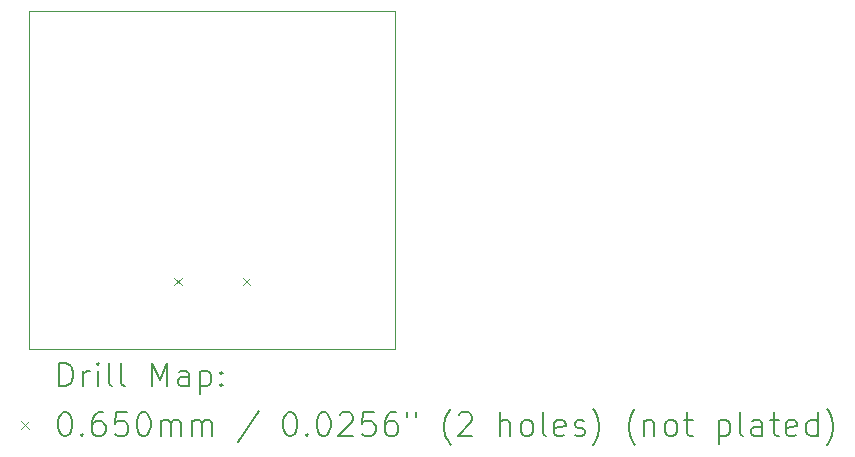
<source format=gbr>
%TF.GenerationSoftware,KiCad,Pcbnew,8.0.4-8.0.4-0~ubuntu24.04.1*%
%TF.CreationDate,2024-08-17T13:37:02+02:00*%
%TF.ProjectId,ESP32-C3-WROOM_flexypin,45535033-322d-4433-932d-57524f4f4d5f,rev?*%
%TF.SameCoordinates,Original*%
%TF.FileFunction,Drillmap*%
%TF.FilePolarity,Positive*%
%FSLAX45Y45*%
G04 Gerber Fmt 4.5, Leading zero omitted, Abs format (unit mm)*
G04 Created by KiCad (PCBNEW 8.0.4-8.0.4-0~ubuntu24.04.1) date 2024-08-17 13:37:02*
%MOMM*%
%LPD*%
G01*
G04 APERTURE LIST*
%ADD10C,0.100000*%
%ADD11C,0.200000*%
G04 APERTURE END LIST*
D10*
X13258800Y-8020000D02*
X16357600Y-8020000D01*
X16357600Y-10880000D02*
X13258800Y-10880000D01*
X16357600Y-8020000D02*
X16357600Y-10880000D01*
X13258800Y-10880000D02*
X13258800Y-8020000D01*
D11*
D10*
X14486700Y-10277000D02*
X14551700Y-10342000D01*
X14551700Y-10277000D02*
X14486700Y-10342000D01*
X15064700Y-10277000D02*
X15129700Y-10342000D01*
X15129700Y-10277000D02*
X15064700Y-10342000D01*
D11*
X13514577Y-11196484D02*
X13514577Y-10996484D01*
X13514577Y-10996484D02*
X13562196Y-10996484D01*
X13562196Y-10996484D02*
X13590767Y-11006008D01*
X13590767Y-11006008D02*
X13609815Y-11025055D01*
X13609815Y-11025055D02*
X13619339Y-11044103D01*
X13619339Y-11044103D02*
X13628862Y-11082198D01*
X13628862Y-11082198D02*
X13628862Y-11110770D01*
X13628862Y-11110770D02*
X13619339Y-11148865D01*
X13619339Y-11148865D02*
X13609815Y-11167912D01*
X13609815Y-11167912D02*
X13590767Y-11186960D01*
X13590767Y-11186960D02*
X13562196Y-11196484D01*
X13562196Y-11196484D02*
X13514577Y-11196484D01*
X13714577Y-11196484D02*
X13714577Y-11063150D01*
X13714577Y-11101246D02*
X13724101Y-11082198D01*
X13724101Y-11082198D02*
X13733624Y-11072674D01*
X13733624Y-11072674D02*
X13752672Y-11063150D01*
X13752672Y-11063150D02*
X13771720Y-11063150D01*
X13838386Y-11196484D02*
X13838386Y-11063150D01*
X13838386Y-10996484D02*
X13828862Y-11006008D01*
X13828862Y-11006008D02*
X13838386Y-11015531D01*
X13838386Y-11015531D02*
X13847910Y-11006008D01*
X13847910Y-11006008D02*
X13838386Y-10996484D01*
X13838386Y-10996484D02*
X13838386Y-11015531D01*
X13962196Y-11196484D02*
X13943148Y-11186960D01*
X13943148Y-11186960D02*
X13933624Y-11167912D01*
X13933624Y-11167912D02*
X13933624Y-10996484D01*
X14066958Y-11196484D02*
X14047910Y-11186960D01*
X14047910Y-11186960D02*
X14038386Y-11167912D01*
X14038386Y-11167912D02*
X14038386Y-10996484D01*
X14295529Y-11196484D02*
X14295529Y-10996484D01*
X14295529Y-10996484D02*
X14362196Y-11139341D01*
X14362196Y-11139341D02*
X14428862Y-10996484D01*
X14428862Y-10996484D02*
X14428862Y-11196484D01*
X14609815Y-11196484D02*
X14609815Y-11091722D01*
X14609815Y-11091722D02*
X14600291Y-11072674D01*
X14600291Y-11072674D02*
X14581243Y-11063150D01*
X14581243Y-11063150D02*
X14543148Y-11063150D01*
X14543148Y-11063150D02*
X14524101Y-11072674D01*
X14609815Y-11186960D02*
X14590767Y-11196484D01*
X14590767Y-11196484D02*
X14543148Y-11196484D01*
X14543148Y-11196484D02*
X14524101Y-11186960D01*
X14524101Y-11186960D02*
X14514577Y-11167912D01*
X14514577Y-11167912D02*
X14514577Y-11148865D01*
X14514577Y-11148865D02*
X14524101Y-11129817D01*
X14524101Y-11129817D02*
X14543148Y-11120293D01*
X14543148Y-11120293D02*
X14590767Y-11120293D01*
X14590767Y-11120293D02*
X14609815Y-11110770D01*
X14705053Y-11063150D02*
X14705053Y-11263150D01*
X14705053Y-11072674D02*
X14724101Y-11063150D01*
X14724101Y-11063150D02*
X14762196Y-11063150D01*
X14762196Y-11063150D02*
X14781243Y-11072674D01*
X14781243Y-11072674D02*
X14790767Y-11082198D01*
X14790767Y-11082198D02*
X14800291Y-11101246D01*
X14800291Y-11101246D02*
X14800291Y-11158389D01*
X14800291Y-11158389D02*
X14790767Y-11177436D01*
X14790767Y-11177436D02*
X14781243Y-11186960D01*
X14781243Y-11186960D02*
X14762196Y-11196484D01*
X14762196Y-11196484D02*
X14724101Y-11196484D01*
X14724101Y-11196484D02*
X14705053Y-11186960D01*
X14886005Y-11177436D02*
X14895529Y-11186960D01*
X14895529Y-11186960D02*
X14886005Y-11196484D01*
X14886005Y-11196484D02*
X14876482Y-11186960D01*
X14876482Y-11186960D02*
X14886005Y-11177436D01*
X14886005Y-11177436D02*
X14886005Y-11196484D01*
X14886005Y-11072674D02*
X14895529Y-11082198D01*
X14895529Y-11082198D02*
X14886005Y-11091722D01*
X14886005Y-11091722D02*
X14876482Y-11082198D01*
X14876482Y-11082198D02*
X14886005Y-11072674D01*
X14886005Y-11072674D02*
X14886005Y-11091722D01*
D10*
X13188800Y-11492500D02*
X13253800Y-11557500D01*
X13253800Y-11492500D02*
X13188800Y-11557500D01*
D11*
X13552672Y-11416484D02*
X13571720Y-11416484D01*
X13571720Y-11416484D02*
X13590767Y-11426008D01*
X13590767Y-11426008D02*
X13600291Y-11435531D01*
X13600291Y-11435531D02*
X13609815Y-11454579D01*
X13609815Y-11454579D02*
X13619339Y-11492674D01*
X13619339Y-11492674D02*
X13619339Y-11540293D01*
X13619339Y-11540293D02*
X13609815Y-11578388D01*
X13609815Y-11578388D02*
X13600291Y-11597436D01*
X13600291Y-11597436D02*
X13590767Y-11606960D01*
X13590767Y-11606960D02*
X13571720Y-11616484D01*
X13571720Y-11616484D02*
X13552672Y-11616484D01*
X13552672Y-11616484D02*
X13533624Y-11606960D01*
X13533624Y-11606960D02*
X13524101Y-11597436D01*
X13524101Y-11597436D02*
X13514577Y-11578388D01*
X13514577Y-11578388D02*
X13505053Y-11540293D01*
X13505053Y-11540293D02*
X13505053Y-11492674D01*
X13505053Y-11492674D02*
X13514577Y-11454579D01*
X13514577Y-11454579D02*
X13524101Y-11435531D01*
X13524101Y-11435531D02*
X13533624Y-11426008D01*
X13533624Y-11426008D02*
X13552672Y-11416484D01*
X13705053Y-11597436D02*
X13714577Y-11606960D01*
X13714577Y-11606960D02*
X13705053Y-11616484D01*
X13705053Y-11616484D02*
X13695529Y-11606960D01*
X13695529Y-11606960D02*
X13705053Y-11597436D01*
X13705053Y-11597436D02*
X13705053Y-11616484D01*
X13886005Y-11416484D02*
X13847910Y-11416484D01*
X13847910Y-11416484D02*
X13828862Y-11426008D01*
X13828862Y-11426008D02*
X13819339Y-11435531D01*
X13819339Y-11435531D02*
X13800291Y-11464103D01*
X13800291Y-11464103D02*
X13790767Y-11502198D01*
X13790767Y-11502198D02*
X13790767Y-11578388D01*
X13790767Y-11578388D02*
X13800291Y-11597436D01*
X13800291Y-11597436D02*
X13809815Y-11606960D01*
X13809815Y-11606960D02*
X13828862Y-11616484D01*
X13828862Y-11616484D02*
X13866958Y-11616484D01*
X13866958Y-11616484D02*
X13886005Y-11606960D01*
X13886005Y-11606960D02*
X13895529Y-11597436D01*
X13895529Y-11597436D02*
X13905053Y-11578388D01*
X13905053Y-11578388D02*
X13905053Y-11530769D01*
X13905053Y-11530769D02*
X13895529Y-11511722D01*
X13895529Y-11511722D02*
X13886005Y-11502198D01*
X13886005Y-11502198D02*
X13866958Y-11492674D01*
X13866958Y-11492674D02*
X13828862Y-11492674D01*
X13828862Y-11492674D02*
X13809815Y-11502198D01*
X13809815Y-11502198D02*
X13800291Y-11511722D01*
X13800291Y-11511722D02*
X13790767Y-11530769D01*
X14086005Y-11416484D02*
X13990767Y-11416484D01*
X13990767Y-11416484D02*
X13981243Y-11511722D01*
X13981243Y-11511722D02*
X13990767Y-11502198D01*
X13990767Y-11502198D02*
X14009815Y-11492674D01*
X14009815Y-11492674D02*
X14057434Y-11492674D01*
X14057434Y-11492674D02*
X14076482Y-11502198D01*
X14076482Y-11502198D02*
X14086005Y-11511722D01*
X14086005Y-11511722D02*
X14095529Y-11530769D01*
X14095529Y-11530769D02*
X14095529Y-11578388D01*
X14095529Y-11578388D02*
X14086005Y-11597436D01*
X14086005Y-11597436D02*
X14076482Y-11606960D01*
X14076482Y-11606960D02*
X14057434Y-11616484D01*
X14057434Y-11616484D02*
X14009815Y-11616484D01*
X14009815Y-11616484D02*
X13990767Y-11606960D01*
X13990767Y-11606960D02*
X13981243Y-11597436D01*
X14219339Y-11416484D02*
X14238386Y-11416484D01*
X14238386Y-11416484D02*
X14257434Y-11426008D01*
X14257434Y-11426008D02*
X14266958Y-11435531D01*
X14266958Y-11435531D02*
X14276482Y-11454579D01*
X14276482Y-11454579D02*
X14286005Y-11492674D01*
X14286005Y-11492674D02*
X14286005Y-11540293D01*
X14286005Y-11540293D02*
X14276482Y-11578388D01*
X14276482Y-11578388D02*
X14266958Y-11597436D01*
X14266958Y-11597436D02*
X14257434Y-11606960D01*
X14257434Y-11606960D02*
X14238386Y-11616484D01*
X14238386Y-11616484D02*
X14219339Y-11616484D01*
X14219339Y-11616484D02*
X14200291Y-11606960D01*
X14200291Y-11606960D02*
X14190767Y-11597436D01*
X14190767Y-11597436D02*
X14181243Y-11578388D01*
X14181243Y-11578388D02*
X14171720Y-11540293D01*
X14171720Y-11540293D02*
X14171720Y-11492674D01*
X14171720Y-11492674D02*
X14181243Y-11454579D01*
X14181243Y-11454579D02*
X14190767Y-11435531D01*
X14190767Y-11435531D02*
X14200291Y-11426008D01*
X14200291Y-11426008D02*
X14219339Y-11416484D01*
X14371720Y-11616484D02*
X14371720Y-11483150D01*
X14371720Y-11502198D02*
X14381243Y-11492674D01*
X14381243Y-11492674D02*
X14400291Y-11483150D01*
X14400291Y-11483150D02*
X14428863Y-11483150D01*
X14428863Y-11483150D02*
X14447910Y-11492674D01*
X14447910Y-11492674D02*
X14457434Y-11511722D01*
X14457434Y-11511722D02*
X14457434Y-11616484D01*
X14457434Y-11511722D02*
X14466958Y-11492674D01*
X14466958Y-11492674D02*
X14486005Y-11483150D01*
X14486005Y-11483150D02*
X14514577Y-11483150D01*
X14514577Y-11483150D02*
X14533624Y-11492674D01*
X14533624Y-11492674D02*
X14543148Y-11511722D01*
X14543148Y-11511722D02*
X14543148Y-11616484D01*
X14638386Y-11616484D02*
X14638386Y-11483150D01*
X14638386Y-11502198D02*
X14647910Y-11492674D01*
X14647910Y-11492674D02*
X14666958Y-11483150D01*
X14666958Y-11483150D02*
X14695529Y-11483150D01*
X14695529Y-11483150D02*
X14714577Y-11492674D01*
X14714577Y-11492674D02*
X14724101Y-11511722D01*
X14724101Y-11511722D02*
X14724101Y-11616484D01*
X14724101Y-11511722D02*
X14733624Y-11492674D01*
X14733624Y-11492674D02*
X14752672Y-11483150D01*
X14752672Y-11483150D02*
X14781243Y-11483150D01*
X14781243Y-11483150D02*
X14800291Y-11492674D01*
X14800291Y-11492674D02*
X14809815Y-11511722D01*
X14809815Y-11511722D02*
X14809815Y-11616484D01*
X15200291Y-11406960D02*
X15028863Y-11664103D01*
X15457434Y-11416484D02*
X15476482Y-11416484D01*
X15476482Y-11416484D02*
X15495529Y-11426008D01*
X15495529Y-11426008D02*
X15505053Y-11435531D01*
X15505053Y-11435531D02*
X15514577Y-11454579D01*
X15514577Y-11454579D02*
X15524101Y-11492674D01*
X15524101Y-11492674D02*
X15524101Y-11540293D01*
X15524101Y-11540293D02*
X15514577Y-11578388D01*
X15514577Y-11578388D02*
X15505053Y-11597436D01*
X15505053Y-11597436D02*
X15495529Y-11606960D01*
X15495529Y-11606960D02*
X15476482Y-11616484D01*
X15476482Y-11616484D02*
X15457434Y-11616484D01*
X15457434Y-11616484D02*
X15438386Y-11606960D01*
X15438386Y-11606960D02*
X15428863Y-11597436D01*
X15428863Y-11597436D02*
X15419339Y-11578388D01*
X15419339Y-11578388D02*
X15409815Y-11540293D01*
X15409815Y-11540293D02*
X15409815Y-11492674D01*
X15409815Y-11492674D02*
X15419339Y-11454579D01*
X15419339Y-11454579D02*
X15428863Y-11435531D01*
X15428863Y-11435531D02*
X15438386Y-11426008D01*
X15438386Y-11426008D02*
X15457434Y-11416484D01*
X15609815Y-11597436D02*
X15619339Y-11606960D01*
X15619339Y-11606960D02*
X15609815Y-11616484D01*
X15609815Y-11616484D02*
X15600291Y-11606960D01*
X15600291Y-11606960D02*
X15609815Y-11597436D01*
X15609815Y-11597436D02*
X15609815Y-11616484D01*
X15743148Y-11416484D02*
X15762196Y-11416484D01*
X15762196Y-11416484D02*
X15781244Y-11426008D01*
X15781244Y-11426008D02*
X15790767Y-11435531D01*
X15790767Y-11435531D02*
X15800291Y-11454579D01*
X15800291Y-11454579D02*
X15809815Y-11492674D01*
X15809815Y-11492674D02*
X15809815Y-11540293D01*
X15809815Y-11540293D02*
X15800291Y-11578388D01*
X15800291Y-11578388D02*
X15790767Y-11597436D01*
X15790767Y-11597436D02*
X15781244Y-11606960D01*
X15781244Y-11606960D02*
X15762196Y-11616484D01*
X15762196Y-11616484D02*
X15743148Y-11616484D01*
X15743148Y-11616484D02*
X15724101Y-11606960D01*
X15724101Y-11606960D02*
X15714577Y-11597436D01*
X15714577Y-11597436D02*
X15705053Y-11578388D01*
X15705053Y-11578388D02*
X15695529Y-11540293D01*
X15695529Y-11540293D02*
X15695529Y-11492674D01*
X15695529Y-11492674D02*
X15705053Y-11454579D01*
X15705053Y-11454579D02*
X15714577Y-11435531D01*
X15714577Y-11435531D02*
X15724101Y-11426008D01*
X15724101Y-11426008D02*
X15743148Y-11416484D01*
X15886006Y-11435531D02*
X15895529Y-11426008D01*
X15895529Y-11426008D02*
X15914577Y-11416484D01*
X15914577Y-11416484D02*
X15962196Y-11416484D01*
X15962196Y-11416484D02*
X15981244Y-11426008D01*
X15981244Y-11426008D02*
X15990767Y-11435531D01*
X15990767Y-11435531D02*
X16000291Y-11454579D01*
X16000291Y-11454579D02*
X16000291Y-11473627D01*
X16000291Y-11473627D02*
X15990767Y-11502198D01*
X15990767Y-11502198D02*
X15876482Y-11616484D01*
X15876482Y-11616484D02*
X16000291Y-11616484D01*
X16181244Y-11416484D02*
X16086006Y-11416484D01*
X16086006Y-11416484D02*
X16076482Y-11511722D01*
X16076482Y-11511722D02*
X16086006Y-11502198D01*
X16086006Y-11502198D02*
X16105053Y-11492674D01*
X16105053Y-11492674D02*
X16152672Y-11492674D01*
X16152672Y-11492674D02*
X16171720Y-11502198D01*
X16171720Y-11502198D02*
X16181244Y-11511722D01*
X16181244Y-11511722D02*
X16190767Y-11530769D01*
X16190767Y-11530769D02*
X16190767Y-11578388D01*
X16190767Y-11578388D02*
X16181244Y-11597436D01*
X16181244Y-11597436D02*
X16171720Y-11606960D01*
X16171720Y-11606960D02*
X16152672Y-11616484D01*
X16152672Y-11616484D02*
X16105053Y-11616484D01*
X16105053Y-11616484D02*
X16086006Y-11606960D01*
X16086006Y-11606960D02*
X16076482Y-11597436D01*
X16362196Y-11416484D02*
X16324101Y-11416484D01*
X16324101Y-11416484D02*
X16305053Y-11426008D01*
X16305053Y-11426008D02*
X16295529Y-11435531D01*
X16295529Y-11435531D02*
X16276482Y-11464103D01*
X16276482Y-11464103D02*
X16266958Y-11502198D01*
X16266958Y-11502198D02*
X16266958Y-11578388D01*
X16266958Y-11578388D02*
X16276482Y-11597436D01*
X16276482Y-11597436D02*
X16286006Y-11606960D01*
X16286006Y-11606960D02*
X16305053Y-11616484D01*
X16305053Y-11616484D02*
X16343148Y-11616484D01*
X16343148Y-11616484D02*
X16362196Y-11606960D01*
X16362196Y-11606960D02*
X16371720Y-11597436D01*
X16371720Y-11597436D02*
X16381244Y-11578388D01*
X16381244Y-11578388D02*
X16381244Y-11530769D01*
X16381244Y-11530769D02*
X16371720Y-11511722D01*
X16371720Y-11511722D02*
X16362196Y-11502198D01*
X16362196Y-11502198D02*
X16343148Y-11492674D01*
X16343148Y-11492674D02*
X16305053Y-11492674D01*
X16305053Y-11492674D02*
X16286006Y-11502198D01*
X16286006Y-11502198D02*
X16276482Y-11511722D01*
X16276482Y-11511722D02*
X16266958Y-11530769D01*
X16457434Y-11416484D02*
X16457434Y-11454579D01*
X16533625Y-11416484D02*
X16533625Y-11454579D01*
X16828863Y-11692674D02*
X16819339Y-11683150D01*
X16819339Y-11683150D02*
X16800291Y-11654579D01*
X16800291Y-11654579D02*
X16790768Y-11635531D01*
X16790768Y-11635531D02*
X16781244Y-11606960D01*
X16781244Y-11606960D02*
X16771720Y-11559341D01*
X16771720Y-11559341D02*
X16771720Y-11521246D01*
X16771720Y-11521246D02*
X16781244Y-11473627D01*
X16781244Y-11473627D02*
X16790768Y-11445055D01*
X16790768Y-11445055D02*
X16800291Y-11426008D01*
X16800291Y-11426008D02*
X16819339Y-11397436D01*
X16819339Y-11397436D02*
X16828863Y-11387912D01*
X16895530Y-11435531D02*
X16905053Y-11426008D01*
X16905053Y-11426008D02*
X16924101Y-11416484D01*
X16924101Y-11416484D02*
X16971720Y-11416484D01*
X16971720Y-11416484D02*
X16990768Y-11426008D01*
X16990768Y-11426008D02*
X17000291Y-11435531D01*
X17000291Y-11435531D02*
X17009815Y-11454579D01*
X17009815Y-11454579D02*
X17009815Y-11473627D01*
X17009815Y-11473627D02*
X17000291Y-11502198D01*
X17000291Y-11502198D02*
X16886006Y-11616484D01*
X16886006Y-11616484D02*
X17009815Y-11616484D01*
X17247911Y-11616484D02*
X17247911Y-11416484D01*
X17333625Y-11616484D02*
X17333625Y-11511722D01*
X17333625Y-11511722D02*
X17324101Y-11492674D01*
X17324101Y-11492674D02*
X17305053Y-11483150D01*
X17305053Y-11483150D02*
X17276482Y-11483150D01*
X17276482Y-11483150D02*
X17257434Y-11492674D01*
X17257434Y-11492674D02*
X17247911Y-11502198D01*
X17457434Y-11616484D02*
X17438387Y-11606960D01*
X17438387Y-11606960D02*
X17428863Y-11597436D01*
X17428863Y-11597436D02*
X17419339Y-11578388D01*
X17419339Y-11578388D02*
X17419339Y-11521246D01*
X17419339Y-11521246D02*
X17428863Y-11502198D01*
X17428863Y-11502198D02*
X17438387Y-11492674D01*
X17438387Y-11492674D02*
X17457434Y-11483150D01*
X17457434Y-11483150D02*
X17486006Y-11483150D01*
X17486006Y-11483150D02*
X17505053Y-11492674D01*
X17505053Y-11492674D02*
X17514577Y-11502198D01*
X17514577Y-11502198D02*
X17524101Y-11521246D01*
X17524101Y-11521246D02*
X17524101Y-11578388D01*
X17524101Y-11578388D02*
X17514577Y-11597436D01*
X17514577Y-11597436D02*
X17505053Y-11606960D01*
X17505053Y-11606960D02*
X17486006Y-11616484D01*
X17486006Y-11616484D02*
X17457434Y-11616484D01*
X17638387Y-11616484D02*
X17619339Y-11606960D01*
X17619339Y-11606960D02*
X17609815Y-11587912D01*
X17609815Y-11587912D02*
X17609815Y-11416484D01*
X17790768Y-11606960D02*
X17771720Y-11616484D01*
X17771720Y-11616484D02*
X17733625Y-11616484D01*
X17733625Y-11616484D02*
X17714577Y-11606960D01*
X17714577Y-11606960D02*
X17705053Y-11587912D01*
X17705053Y-11587912D02*
X17705053Y-11511722D01*
X17705053Y-11511722D02*
X17714577Y-11492674D01*
X17714577Y-11492674D02*
X17733625Y-11483150D01*
X17733625Y-11483150D02*
X17771720Y-11483150D01*
X17771720Y-11483150D02*
X17790768Y-11492674D01*
X17790768Y-11492674D02*
X17800292Y-11511722D01*
X17800292Y-11511722D02*
X17800292Y-11530769D01*
X17800292Y-11530769D02*
X17705053Y-11549817D01*
X17876482Y-11606960D02*
X17895530Y-11616484D01*
X17895530Y-11616484D02*
X17933625Y-11616484D01*
X17933625Y-11616484D02*
X17952673Y-11606960D01*
X17952673Y-11606960D02*
X17962196Y-11587912D01*
X17962196Y-11587912D02*
X17962196Y-11578388D01*
X17962196Y-11578388D02*
X17952673Y-11559341D01*
X17952673Y-11559341D02*
X17933625Y-11549817D01*
X17933625Y-11549817D02*
X17905053Y-11549817D01*
X17905053Y-11549817D02*
X17886006Y-11540293D01*
X17886006Y-11540293D02*
X17876482Y-11521246D01*
X17876482Y-11521246D02*
X17876482Y-11511722D01*
X17876482Y-11511722D02*
X17886006Y-11492674D01*
X17886006Y-11492674D02*
X17905053Y-11483150D01*
X17905053Y-11483150D02*
X17933625Y-11483150D01*
X17933625Y-11483150D02*
X17952673Y-11492674D01*
X18028863Y-11692674D02*
X18038387Y-11683150D01*
X18038387Y-11683150D02*
X18057434Y-11654579D01*
X18057434Y-11654579D02*
X18066958Y-11635531D01*
X18066958Y-11635531D02*
X18076482Y-11606960D01*
X18076482Y-11606960D02*
X18086006Y-11559341D01*
X18086006Y-11559341D02*
X18086006Y-11521246D01*
X18086006Y-11521246D02*
X18076482Y-11473627D01*
X18076482Y-11473627D02*
X18066958Y-11445055D01*
X18066958Y-11445055D02*
X18057434Y-11426008D01*
X18057434Y-11426008D02*
X18038387Y-11397436D01*
X18038387Y-11397436D02*
X18028863Y-11387912D01*
X18390768Y-11692674D02*
X18381244Y-11683150D01*
X18381244Y-11683150D02*
X18362196Y-11654579D01*
X18362196Y-11654579D02*
X18352673Y-11635531D01*
X18352673Y-11635531D02*
X18343149Y-11606960D01*
X18343149Y-11606960D02*
X18333625Y-11559341D01*
X18333625Y-11559341D02*
X18333625Y-11521246D01*
X18333625Y-11521246D02*
X18343149Y-11473627D01*
X18343149Y-11473627D02*
X18352673Y-11445055D01*
X18352673Y-11445055D02*
X18362196Y-11426008D01*
X18362196Y-11426008D02*
X18381244Y-11397436D01*
X18381244Y-11397436D02*
X18390768Y-11387912D01*
X18466958Y-11483150D02*
X18466958Y-11616484D01*
X18466958Y-11502198D02*
X18476482Y-11492674D01*
X18476482Y-11492674D02*
X18495530Y-11483150D01*
X18495530Y-11483150D02*
X18524101Y-11483150D01*
X18524101Y-11483150D02*
X18543149Y-11492674D01*
X18543149Y-11492674D02*
X18552673Y-11511722D01*
X18552673Y-11511722D02*
X18552673Y-11616484D01*
X18676482Y-11616484D02*
X18657434Y-11606960D01*
X18657434Y-11606960D02*
X18647911Y-11597436D01*
X18647911Y-11597436D02*
X18638387Y-11578388D01*
X18638387Y-11578388D02*
X18638387Y-11521246D01*
X18638387Y-11521246D02*
X18647911Y-11502198D01*
X18647911Y-11502198D02*
X18657434Y-11492674D01*
X18657434Y-11492674D02*
X18676482Y-11483150D01*
X18676482Y-11483150D02*
X18705054Y-11483150D01*
X18705054Y-11483150D02*
X18724101Y-11492674D01*
X18724101Y-11492674D02*
X18733625Y-11502198D01*
X18733625Y-11502198D02*
X18743149Y-11521246D01*
X18743149Y-11521246D02*
X18743149Y-11578388D01*
X18743149Y-11578388D02*
X18733625Y-11597436D01*
X18733625Y-11597436D02*
X18724101Y-11606960D01*
X18724101Y-11606960D02*
X18705054Y-11616484D01*
X18705054Y-11616484D02*
X18676482Y-11616484D01*
X18800292Y-11483150D02*
X18876482Y-11483150D01*
X18828863Y-11416484D02*
X18828863Y-11587912D01*
X18828863Y-11587912D02*
X18838387Y-11606960D01*
X18838387Y-11606960D02*
X18857434Y-11616484D01*
X18857434Y-11616484D02*
X18876482Y-11616484D01*
X19095530Y-11483150D02*
X19095530Y-11683150D01*
X19095530Y-11492674D02*
X19114577Y-11483150D01*
X19114577Y-11483150D02*
X19152673Y-11483150D01*
X19152673Y-11483150D02*
X19171720Y-11492674D01*
X19171720Y-11492674D02*
X19181244Y-11502198D01*
X19181244Y-11502198D02*
X19190768Y-11521246D01*
X19190768Y-11521246D02*
X19190768Y-11578388D01*
X19190768Y-11578388D02*
X19181244Y-11597436D01*
X19181244Y-11597436D02*
X19171720Y-11606960D01*
X19171720Y-11606960D02*
X19152673Y-11616484D01*
X19152673Y-11616484D02*
X19114577Y-11616484D01*
X19114577Y-11616484D02*
X19095530Y-11606960D01*
X19305054Y-11616484D02*
X19286006Y-11606960D01*
X19286006Y-11606960D02*
X19276482Y-11587912D01*
X19276482Y-11587912D02*
X19276482Y-11416484D01*
X19466958Y-11616484D02*
X19466958Y-11511722D01*
X19466958Y-11511722D02*
X19457435Y-11492674D01*
X19457435Y-11492674D02*
X19438387Y-11483150D01*
X19438387Y-11483150D02*
X19400292Y-11483150D01*
X19400292Y-11483150D02*
X19381244Y-11492674D01*
X19466958Y-11606960D02*
X19447911Y-11616484D01*
X19447911Y-11616484D02*
X19400292Y-11616484D01*
X19400292Y-11616484D02*
X19381244Y-11606960D01*
X19381244Y-11606960D02*
X19371720Y-11587912D01*
X19371720Y-11587912D02*
X19371720Y-11568865D01*
X19371720Y-11568865D02*
X19381244Y-11549817D01*
X19381244Y-11549817D02*
X19400292Y-11540293D01*
X19400292Y-11540293D02*
X19447911Y-11540293D01*
X19447911Y-11540293D02*
X19466958Y-11530769D01*
X19533625Y-11483150D02*
X19609815Y-11483150D01*
X19562196Y-11416484D02*
X19562196Y-11587912D01*
X19562196Y-11587912D02*
X19571720Y-11606960D01*
X19571720Y-11606960D02*
X19590768Y-11616484D01*
X19590768Y-11616484D02*
X19609815Y-11616484D01*
X19752673Y-11606960D02*
X19733625Y-11616484D01*
X19733625Y-11616484D02*
X19695530Y-11616484D01*
X19695530Y-11616484D02*
X19676482Y-11606960D01*
X19676482Y-11606960D02*
X19666958Y-11587912D01*
X19666958Y-11587912D02*
X19666958Y-11511722D01*
X19666958Y-11511722D02*
X19676482Y-11492674D01*
X19676482Y-11492674D02*
X19695530Y-11483150D01*
X19695530Y-11483150D02*
X19733625Y-11483150D01*
X19733625Y-11483150D02*
X19752673Y-11492674D01*
X19752673Y-11492674D02*
X19762196Y-11511722D01*
X19762196Y-11511722D02*
X19762196Y-11530769D01*
X19762196Y-11530769D02*
X19666958Y-11549817D01*
X19933625Y-11616484D02*
X19933625Y-11416484D01*
X19933625Y-11606960D02*
X19914577Y-11616484D01*
X19914577Y-11616484D02*
X19876482Y-11616484D01*
X19876482Y-11616484D02*
X19857435Y-11606960D01*
X19857435Y-11606960D02*
X19847911Y-11597436D01*
X19847911Y-11597436D02*
X19838387Y-11578388D01*
X19838387Y-11578388D02*
X19838387Y-11521246D01*
X19838387Y-11521246D02*
X19847911Y-11502198D01*
X19847911Y-11502198D02*
X19857435Y-11492674D01*
X19857435Y-11492674D02*
X19876482Y-11483150D01*
X19876482Y-11483150D02*
X19914577Y-11483150D01*
X19914577Y-11483150D02*
X19933625Y-11492674D01*
X20009816Y-11692674D02*
X20019339Y-11683150D01*
X20019339Y-11683150D02*
X20038387Y-11654579D01*
X20038387Y-11654579D02*
X20047911Y-11635531D01*
X20047911Y-11635531D02*
X20057435Y-11606960D01*
X20057435Y-11606960D02*
X20066958Y-11559341D01*
X20066958Y-11559341D02*
X20066958Y-11521246D01*
X20066958Y-11521246D02*
X20057435Y-11473627D01*
X20057435Y-11473627D02*
X20047911Y-11445055D01*
X20047911Y-11445055D02*
X20038387Y-11426008D01*
X20038387Y-11426008D02*
X20019339Y-11397436D01*
X20019339Y-11397436D02*
X20009816Y-11387912D01*
M02*

</source>
